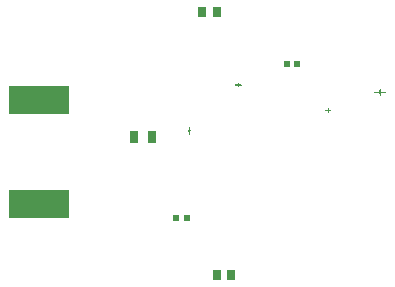
<source format=gbr>
%TF.GenerationSoftware,Altium Limited,Altium Designer,23.3.1 (30)*%
G04 Layer_Color=128*
%FSLAX45Y45*%
%MOMM*%
%TF.SameCoordinates,E5280C8B-2022-47E8-8DAE-B5BF382FD6C1*%
%TF.FilePolarity,Positive*%
%TF.FileFunction,Paste,Bot*%
%TF.Part,Single*%
G01*
G75*
%TA.AperFunction,SMDPad,CuDef*%
%ADD13R,0.56818X0.57247*%
%TA.AperFunction,ConnectorPad*%
%ADD14R,5.08000X2.41300*%
%TA.AperFunction,SMDPad,CuDef*%
%ADD50R,0.75000X0.90000*%
%ADD51R,0.75000X1.00000*%
%ADD52R,0.46818X0.47247*%
G36*
X1563902Y2010073D02*
X1567029D01*
Y2003818D01*
X1576412D01*
Y2000690D01*
X1601433D01*
Y1997563D01*
X1595178D01*
Y1994435D01*
X1570157D01*
Y1991307D01*
X1567029D01*
Y1985052D01*
X1563902D01*
Y1960031D01*
X1560774D01*
Y1963159D01*
X1557646D01*
Y1988180D01*
X1554519D01*
Y1991307D01*
X1551391D01*
Y1994435D01*
X1526370D01*
Y1997563D01*
X1520115D01*
Y2000690D01*
X1548263D01*
Y2003818D01*
X1554519D01*
Y2006946D01*
X1557646D01*
Y2035094D01*
X1563902D01*
Y2010073D01*
D02*
G37*
G36*
X1976747Y2401025D02*
X1979874D01*
Y2391642D01*
X1995512D01*
Y2388515D01*
X2017406D01*
Y2385387D01*
X2004895D01*
Y2382259D01*
X1979874D01*
Y2369749D01*
X1976747D01*
Y2344728D01*
X1973619D01*
Y2350983D01*
X1970492D01*
Y2376004D01*
X1967364D01*
Y2382259D01*
X1945471D01*
Y2385387D01*
X1929833D01*
Y2388515D01*
X1951726D01*
Y2391642D01*
X1967364D01*
Y2397897D01*
X1970492D01*
Y2422918D01*
X1973619D01*
Y2429174D01*
X1976747D01*
Y2401025D01*
D02*
G37*
G36*
X2739885Y2175837D02*
X2752395D01*
Y2172709D01*
X2764906D01*
Y2169582D01*
X2743012D01*
Y2166454D01*
X2739885D01*
Y2147688D01*
X2736757D01*
Y2150816D01*
X2733630D01*
Y2166454D01*
X2730502D01*
Y2169582D01*
X2708609D01*
Y2172709D01*
X2721119D01*
Y2175837D01*
X2733630D01*
Y2178964D01*
Y2191475D01*
X2736757D01*
Y2194602D01*
X2739885D01*
Y2175837D01*
D02*
G37*
G36*
X3177751Y2354111D02*
X3180879D01*
Y2332218D01*
X3196517D01*
Y2329090D01*
X3224665D01*
Y2325962D01*
X3227793D01*
Y2322835D01*
X3199644D01*
Y2319707D01*
X3180879D01*
Y2297814D01*
X3177751D01*
Y2294686D01*
Y2269665D01*
X3174623D01*
Y2279048D01*
X3171496D01*
Y2307197D01*
X3168368D01*
Y2319707D01*
X3149602D01*
Y2322835D01*
X3124582D01*
Y2329090D01*
X3152730D01*
Y2332218D01*
X3168368D01*
Y2344728D01*
X3171496D01*
Y2372877D01*
X3174623D01*
Y2379132D01*
X3177751D01*
Y2354111D01*
D02*
G37*
D13*
X1449783Y1257500D02*
D03*
X1540217D02*
D03*
D14*
X292100Y1383250D02*
D03*
Y2259550D02*
D03*
D50*
X1915000Y780000D02*
D03*
X1795000D02*
D03*
X1672500Y3005000D02*
D03*
X1792500D02*
D03*
D51*
X1092500Y1950000D02*
D03*
X1242502D02*
D03*
D52*
X2470213Y2567500D02*
D03*
X2389787D02*
D03*
%TF.MD5,45d696ccda1607f4477c66e1cbdfdb16*%
M02*

</source>
